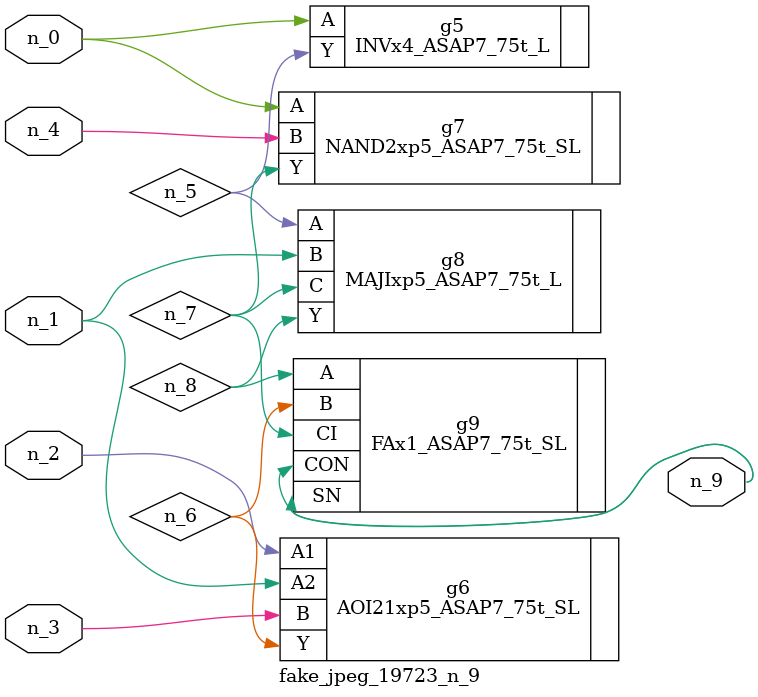
<source format=v>
module fake_jpeg_19723_n_9 (n_3, n_2, n_1, n_0, n_4, n_9);

input n_3;
input n_2;
input n_1;
input n_0;
input n_4;

output n_9;

wire n_8;
wire n_6;
wire n_5;
wire n_7;

INVx4_ASAP7_75t_L g5 ( 
.A(n_0),
.Y(n_5)
);

AOI21xp5_ASAP7_75t_SL g6 ( 
.A1(n_2),
.A2(n_1),
.B(n_3),
.Y(n_6)
);

NAND2xp5_ASAP7_75t_SL g7 ( 
.A(n_0),
.B(n_4),
.Y(n_7)
);

MAJIxp5_ASAP7_75t_L g8 ( 
.A(n_5),
.B(n_1),
.C(n_7),
.Y(n_8)
);

FAx1_ASAP7_75t_SL g9 ( 
.A(n_8),
.B(n_6),
.CI(n_7),
.CON(n_9),
.SN(n_9)
);


endmodule
</source>
